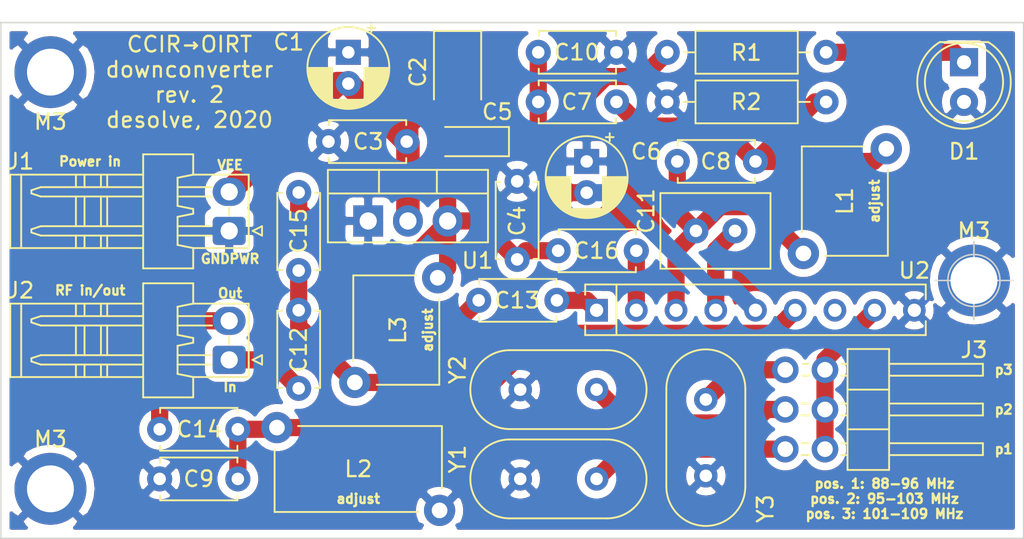
<source format=kicad_pcb>
(kicad_pcb (version 20171130) (host pcbnew 5.1.5)
  (title_block (title "CCIR/OIRT downconverter") (date 2020-02-08) (rev 2) (comment 2 desolve) (comment 3 desolve))
  (layers (0 F.Cu signal) (31 B.Cu signal) (34 B.Paste user) (35 F.Paste user) (36 B.SilkS user) (37 F.SilkS user) (38 B.Mask user) (39 F.Mask user) (44 Edge.Cuts user))
  (net 0 "")
  (net 1 VEE)
  (net 2 GNDPWR)
  (net 3 -5V)
  (net 4 "Net-(C7-Pad1)")
  (net 5 "Net-(C11-Pad1)")
  (net 6 "Net-(C14-Pad2)")
  (net 7 "Net-(C11-Pad2)")
  (net 8 "Net-(C12-Pad1)")
  (net 9 RF_IN)
  (net 10 "Net-(C13-Pad1)")
  (net 11 RF_OUT)
  (net 12 "Net-(C16-Pad1)")
  (net 13 "Net-(D1-Pad1)")
  (net 14 "Net-(J3-Pad1)")
  (net 15 "Net-(J3-Pad2)")
  (net 16 "Net-(U2-Pad7)")
  (net 17 "Net-(J3-Pad3)")
  (net 18 "Net-(J3-Pad5)")
  (module Connector_PinHeader_2.54mm:PinHeader_2x03_P2.54mm_Horizontal (layer F.Cu) (at 171.9 116.5)
    (fp_text reference J3 (at 12.065 -1.27) (layer F.SilkS))
    (fp_text value RANGE_SW)
    (pad 1 thru_hole oval (at 0 0) (size 1.7 1.7) (drill 1) (layers *.Cu *.Mask) (net 14 "Net-(J3-Pad1)"))
    (pad 2 thru_hole oval (at 2.54 0) (size 1.7 1.7) (drill 1) (layers *.Cu *.Mask) (net 15 "Net-(J3-Pad2)"))
    (pad 3 thru_hole oval (at 0 2.54) (size 1.7 1.7) (drill 1) (layers *.Cu *.Mask) (net 17 "Net-(J3-Pad3)"))
    (pad 4 thru_hole oval (at 2.54 2.54) (size 1.7 1.7) (drill 1) (layers *.Cu *.Mask) (net 15 "Net-(J3-Pad2)"))
    (pad 5 thru_hole oval (at 0 5.08) (size 1.7 1.7) (drill 1) (layers *.Cu *.Mask) (net 18 "Net-(J3-Pad5)"))
    (pad 6 thru_hole oval (at 2.54 5.08) (size 1.7 1.7) (drill 1) (layers *.Cu *.Mask) (net 15 "Net-(J3-Pad2)"))
  )
  (module Connector_Connfly:Connfly_DS1070-2MR_1x02_P2.54mm (layer F.Cu) (at 136.34 115.865 90)
    (fp_text reference J2 (at 4.445 -13.335 180) (layer F.SilkS))
    (fp_text value RF_CON)
    (pad 1 thru_hole roundrect (at 0 0 90) (size 1.8 2.1) (drill 1.1) (layers *.Cu *.Mask) (roundrect_rratio 0.147) (net 9 RF_IN))
    (pad 2 thru_hole oval (at 2.5 0 90) (size 1.8 2.1) (drill 1.1) (layers *.Cu *.Mask) (net 11 RF_OUT))
  )
  (module Connector_Connfly:Connfly_DS1070-2MR_1x02_P2.54mm (layer F.Cu) (at 136.34 107.61 90)
    (fp_text reference J1 (at 4.445 -13.335 180) (layer F.SilkS))
    (fp_text value PWR_CON)
    (pad 1 thru_hole roundrect (at 0 0 90) (size 1.8 2.1) (drill 1.1) (layers *.Cu *.Mask) (roundrect_rratio 0.147) (net 2 GNDPWR))
    (pad 2 thru_hole oval (at 2.5 0 90) (size 1.8 2.1) (drill 1.1) (layers *.Cu *.Mask) (net 1 VEE))
  )
  (module Connector_Pin:Pin_D1.0mm_L10.0mm (layer F.Cu) (at 183.965 110.785)
    (fp_text reference M3 (at 0 -3.175) (layer F.SilkS))
    (fp_text value M3)
    (pad 1 thru_hole circle (at 0 0) (size 4.6 4.6) (drill 3) (layers *.Cu *.Mask) (net 2 GNDPWR))
  )
  (module Connector_Pin:Pin_D1.0mm_L10.0mm (layer F.Cu) (at 124.91 97.45)
    (fp_text reference M3 (at 0 3.175) (layer F.SilkS))
    (fp_text value M3)
    (pad 1 thru_hole circle (at 0 0) (size 4.6 4.6) (drill 3) (layers *.Cu *.Mask) (net 2 GNDPWR))
  )
  (module Connector_Pin:Pin_D1.0mm_L10.0mm (layer F.Cu) (at 124.91 124.12)
    (fp_text reference M3 (at 0 -3.175 180) (layer F.SilkS))
    (fp_text value M3)
    (pad 1 thru_hole circle (at 0 0) (size 4.6 4.6) (drill 3) (layers *.Cu *.Mask) (net 2 GNDPWR))
  )
  (module Capacitor_THT:CP_Radial_D5.0mm_P2.00mm (layer F.Cu) (at 143.96 96.18 270)
    (fp_text reference C1 (at -0.635 3.81) (layer F.SilkS))
    (fp_text value 33u)
    (pad 2 thru_hole circle (at 2 0 270) (size 1.6 1.6) (drill 0.8) (layers *.Cu *.Mask) (net 1 VEE))
    (pad 1 thru_hole rect (at 0 0 270) (size 1.6 1.6) (drill 0.8) (layers *.Cu *.Mask) (net 2 GNDPWR))
  )
  (module Capacitor_Tantalum_SMD:CP_EIA-3528-21_Kemet-B_Pad1.50x2.35mm_HandSolder (layer F.Cu) (at 150.945 97.45 270)
    (fp_text reference C2 (at 0 2.54 90) (layer F.SilkS))
    (fp_text value 3.3u)
    (pad 1 smd roundrect (at -1.625 0 270) (size 1.5 2.35) (layers F.Cu F.Paste F.Mask) (roundrect_rratio 0.166667) (net 2 GNDPWR))
    (pad 2 smd roundrect (at 1.625 0 270) (size 1.5 2.35) (layers F.Cu F.Paste F.Mask) (roundrect_rratio 0.166667) (net 1 VEE))
  )
  (module Capacitor_THT:C_Disc_D4.7mm_W2.5mm_P5.00mm (layer F.Cu) (at 154.755 104.435 270)
    (fp_text reference C4 (at 2.54 0 270) (layer F.SilkS))
    (fp_text value 0.1u)
    (pad 2 thru_hole circle (at 5 0 270) (size 1.6 1.6) (drill 0.8) (layers *.Cu *.Mask) (net 3 -5V))
    (pad 1 thru_hole circle (at 0 0 270) (size 1.6 1.6) (drill 0.8) (layers *.Cu *.Mask) (net 2 GNDPWR))
  )
  (module Capacitor_Tantalum_SMD:CP_EIA-3216-18_Kemet-A_Pad1.58x1.35mm_HandSolder (layer F.Cu) (at 151.7475 101.895 180)
    (fp_text reference C5 (at -1.7375 1.905 180) (layer F.SilkS))
    (fp_text value 1u)
    (pad 1 smd roundrect (at -1.4375 0 180) (size 1.575 1.35) (layers F.Cu F.Paste F.Mask) (roundrect_rratio 0.185185) (net 2 GNDPWR))
    (pad 2 smd roundrect (at 1.4375 0 180) (size 1.575 1.35) (layers F.Cu F.Paste F.Mask) (roundrect_rratio 0.185185) (net 3 -5V))
  )
  (module Capacitor_THT:CP_Radial_D5.0mm_P2.00mm (layer F.Cu) (at 159.2 103.165 270)
    (fp_text reference C6 (at -0.635 -3.81) (layer F.SilkS))
    (fp_text value 10u)
    (pad 1 thru_hole rect (at 0 0 270) (size 1.6 1.6) (drill 0.8) (layers *.Cu *.Mask) (net 2 GNDPWR))
    (pad 2 thru_hole circle (at 2 0 270) (size 1.6 1.6) (drill 0.8) (layers *.Cu *.Mask) (net 3 -5V))
  )
  (module Capacitor_THT:C_Disc_D4.7mm_W2.5mm_P5.00mm (layer F.Cu) (at 161.105 99.355 180)
    (fp_text reference C7 (at 2.54 0 180) (layer F.SilkS))
    (fp_text value 10n)
    (pad 2 thru_hole circle (at 5 0 180) (size 1.6 1.6) (drill 0.8) (layers *.Cu *.Mask) (net 3 -5V))
    (pad 1 thru_hole circle (at 0 0 180) (size 1.6 1.6) (drill 0.8) (layers *.Cu *.Mask) (net 4 "Net-(C7-Pad1)"))
  )
  (module Capacitor_THT:C_Disc_D4.7mm_W2.5mm_P5.00mm (layer F.Cu) (at 169.995 103.165 180)
    (fp_text reference C8 (at 2.54 0) (layer F.SilkS))
    (fp_text value 47p)
    (pad 1 thru_hole circle (at 0 0 180) (size 1.6 1.6) (drill 0.8) (layers *.Cu *.Mask) (net 4 "Net-(C7-Pad1)"))
    (pad 2 thru_hole circle (at 5 0 180) (size 1.6 1.6) (drill 0.8) (layers *.Cu *.Mask) (net 5 "Net-(C11-Pad1)"))
  )
  (module Capacitor_THT:C_Disc_D4.7mm_W2.5mm_P5.00mm (layer F.Cu) (at 131.895 123.485)
    (fp_text reference C9 (at 2.5 0) (layer F.SilkS))
    (fp_text value 47p)
    (pad 2 thru_hole circle (at 5 0) (size 1.6 1.6) (drill 0.8) (layers *.Cu *.Mask) (net 6 "Net-(C14-Pad2)"))
    (pad 1 thru_hole circle (at 0 0) (size 1.6 1.6) (drill 0.8) (layers *.Cu *.Mask) (net 2 GNDPWR))
  )
  (module Capacitor_THT:C_Disc_D4.7mm_W2.5mm_P5.00mm (layer F.Cu) (at 161.105 96.18 180)
    (fp_text reference C10 (at 2.54 0) (layer F.SilkS))
    (fp_text value 10n)
    (pad 1 thru_hole circle (at 0 0 180) (size 1.6 1.6) (drill 0.8) (layers *.Cu *.Mask) (net 2 GNDPWR))
    (pad 2 thru_hole circle (at 5 0 180) (size 1.6 1.6) (drill 0.8) (layers *.Cu *.Mask) (net 3 -5V))
  )
  (module Capacitor_K10-17:C_Rect_L6.8mm_W4.6mm_P2.50mm (layer F.Cu) (at 166.185 107.61)
    (fp_text reference C11 (at -3.175 -1.27 270) (layer F.SilkS))
    (fp_text value 6.8p)
    (pad 1 thru_hole circle (at 0 0) (size 1.6 1.6) (drill 0.8) (layers *.Cu *.Mask) (net 5 "Net-(C11-Pad1)"))
    (pad 2 thru_hole circle (at 2.5 0) (size 1.6 1.6) (drill 0.8) (layers *.Cu *.Mask) (net 7 "Net-(C11-Pad2)"))
  )
  (module Capacitor_THT:C_Disc_D4.7mm_W2.5mm_P5.00mm (layer F.Cu) (at 140.785 112.69 270)
    (fp_text reference C12 (at 2.54 0 270) (layer F.SilkS))
    (fp_text value 15p)
    (pad 1 thru_hole circle (at 0 0 270) (size 1.6 1.6) (drill 0.8) (layers *.Cu *.Mask) (net 8 "Net-(C12-Pad1)"))
    (pad 2 thru_hole circle (at 5 0 270) (size 1.6 1.6) (drill 0.8) (layers *.Cu *.Mask) (net 9 RF_IN))
  )
  (module Capacitor_THT:C_Disc_D4.7mm_W2.5mm_P5.00mm (layer F.Cu) (at 157.295 112.055 180)
    (fp_text reference C13 (at 2.54 0 180) (layer F.SilkS))
    (fp_text value 1n)
    (pad 1 thru_hole circle (at 0 0 180) (size 1.6 1.6) (drill 0.8) (layers *.Cu *.Mask) (net 10 "Net-(C13-Pad1)"))
    (pad 2 thru_hole circle (at 5 0 180) (size 1.6 1.6) (drill 0.8) (layers *.Cu *.Mask) (net 8 "Net-(C12-Pad1)"))
  )
  (module Capacitor_THT:C_Disc_D4.7mm_W2.5mm_P5.00mm (layer F.Cu) (at 131.895 120.31)
    (fp_text reference C14 (at 2.54 0 180) (layer F.SilkS))
    (fp_text value 1n)
    (pad 1 thru_hole circle (at 0 0) (size 1.6 1.6) (drill 0.8) (layers *.Cu *.Mask) (net 11 RF_OUT))
    (pad 2 thru_hole circle (at 5 0) (size 1.6 1.6) (drill 0.8) (layers *.Cu *.Mask) (net 6 "Net-(C14-Pad2)"))
  )
  (module Capacitor_THT:C_Disc_D4.7mm_W2.5mm_P5.00mm (layer F.Cu) (at 140.785 110.15 90)
    (fp_text reference C15 (at 2.54 0 270) (layer F.SilkS))
    (fp_text value 47p)
    (pad 2 thru_hole circle (at 5 0 90) (size 1.6 1.6) (drill 0.8) (layers *.Cu *.Mask) (net 3 -5V))
    (pad 1 thru_hole circle (at 0 0 90) (size 1.6 1.6) (drill 0.8) (layers *.Cu *.Mask) (net 8 "Net-(C12-Pad1)"))
  )
  (module Capacitor_THT:C_Disc_D4.7mm_W2.5mm_P5.00mm (layer F.Cu) (at 162.375 108.88 180)
    (fp_text reference C16 (at 2.54 0 180) (layer F.SilkS))
    (fp_text value 1n)
    (pad 2 thru_hole circle (at 5 0 180) (size 1.6 1.6) (drill 0.8) (layers *.Cu *.Mask) (net 3 -5V))
    (pad 1 thru_hole circle (at 0 0 180) (size 1.6 1.6) (drill 0.8) (layers *.Cu *.Mask) (net 12 "Net-(C16-Pad1)"))
  )
  (module Coil_THT_Air:L_Axial_4Turns_d0.8mm_D4.5mm_WP1.0mm (layer F.Cu) (at 175.71 105.705 270)
    (fp_text reference L1 (at 0 0 90) (layer F.SilkS))
    (fp_text value L_MIX_IN)
    (pad 1 thru_hole circle (at -3.35 -2.65 270) (size 2 2) (drill 1) (layers *.Cu *.Mask) (net 4 "Net-(C7-Pad1)"))
    (pad 2 thru_hole circle (at 3.35 2.65 270) (size 2 2) (drill 1) (layers *.Cu *.Mask) (net 5 "Net-(C11-Pad1)"))
  )
  (module Coil_THT_Air:L_Axial_6Turns_d0.8mm_D4.5mm_WP1.0mm (layer F.Cu) (at 144.595 122.85 180)
    (fp_text reference L2 (at 0 0) (layer F.SilkS))
    (fp_text value L_MIX_OUT)
    (pad 1 thru_hole circle (at -5.2 -2.65 180) (size 2 2) (drill 1) (layers *.Cu *.Mask) (net 2 GNDPWR))
    (pad 2 thru_hole circle (at 5.2 2.65 180) (size 2 2) (drill 1) (layers *.Cu *.Mask) (net 6 "Net-(C14-Pad2)"))
  )
  (module Coil_THT_Air:L_Axial_4Turns_d0.8mm_D4.5mm_WP1.0mm (layer F.Cu) (at 147.025 113.96 90)
    (fp_text reference L3 (at 0 0.11 90) (layer F.SilkS))
    (fp_text value L_RF_IN)
    (pad 2 thru_hole circle (at 3.35 2.65 90) (size 2 2) (drill 1) (layers *.Cu *.Mask) (net 3 -5V))
    (pad 1 thru_hole circle (at -3.35 -2.65 90) (size 2 2) (drill 1) (layers *.Cu *.Mask) (net 8 "Net-(C12-Pad1)"))
  )
  (module Package_TO_SOT_THT:TO-220-3_Vertical (layer F.Cu) (at 145.23 106.975)
    (fp_text reference U1 (at 6.985 2.54 180) (layer F.SilkS))
    (fp_text value LM7905_TO220)
    (pad 1 thru_hole rect (at 0 0) (size 1.905 2) (drill 1.1) (layers *.Cu *.Mask) (net 2 GNDPWR))
    (pad 2 thru_hole oval (at 2.54 0) (size 1.905 2) (drill 1.1) (layers *.Cu *.Mask) (net 1 VEE))
    (pad 3 thru_hole oval (at 5.08 0) (size 1.905 2) (drill 1.1) (layers *.Cu *.Mask) (net 3 -5V))
  )
  (module Package_SIP:SIP-9_21.54x3mm_P2.54mm (layer F.Cu) (at 159.835 112.69)
    (fp_text reference U2 (at 20.32 -2.54 180) (layer F.SilkS))
    (fp_text value LA1185)
    (pad 1 thru_hole rect (at 0 0 90) (size 1.45 1.45) (drill 0.85) (layers *.Cu *.Mask) (net 10 "Net-(C13-Pad1)"))
    (pad 2 thru_hole circle (at 2.54 0 90) (size 1.45 1.45) (drill 0.85) (layers *.Cu *.Mask) (net 12 "Net-(C16-Pad1)"))
    (pad 3 thru_hole circle (at 5.08 0 90) (size 1.45 1.45) (drill 0.85) (layers *.Cu *.Mask) (net 5 "Net-(C11-Pad1)"))
    (pad 4 thru_hole circle (at 7.62 0 90) (size 1.45 1.45) (drill 0.85) (layers *.Cu *.Mask) (net 7 "Net-(C11-Pad2)"))
    (pad 5 thru_hole circle (at 10.16 0 90) (size 1.45 1.45) (drill 0.85) (layers *.Cu *.Mask) (net 3 -5V))
    (pad 6 thru_hole circle (at 12.7 0 90) (size 1.45 1.45) (drill 0.85) (layers *.Cu *.Mask) (net 6 "Net-(C14-Pad2)"))
    (pad 7 thru_hole circle (at 15.24 0 90) (size 1.45 1.45) (drill 0.85) (layers *.Cu *.Mask) (net 16 "Net-(U2-Pad7)"))
    (pad 8 thru_hole circle (at 17.78 0 90) (size 1.45 1.45) (drill 0.85) (layers *.Cu *.Mask) (net 15 "Net-(J3-Pad2)"))
    (pad 9 thru_hole circle (at 20.32 0 90) (size 1.45 1.45) (drill 0.85) (layers *.Cu *.Mask) (net 2 GNDPWR))
  )
  (module Crystal:Crystal_HC49-U_Vertical (layer F.Cu) (at 159.835 123.485 180)
    (fp_text reference Y1 (at 8.89 1.27 90) (layer F.SilkS))
    (fp_text value "22 MHz")
    (pad 1 thru_hole circle (at 0 0 180) (size 1.5 1.5) (drill 0.8) (layers *.Cu *.Mask) (net 18 "Net-(J3-Pad5)"))
    (pad 2 thru_hole circle (at 4.88 0 180) (size 1.5 1.5) (drill 0.8) (layers *.Cu *.Mask) (net 2 GNDPWR))
  )
  (module Crystal:Crystal_HC49-U_Vertical (layer F.Cu) (at 159.835 117.77 180)
    (fp_text reference Y2 (at 8.89 1.27 90) (layer F.SilkS))
    (fp_text value "29 MHz")
    (pad 1 thru_hole circle (at 0 0 180) (size 1.5 1.5) (drill 0.8) (layers *.Cu *.Mask) (net 17 "Net-(J3-Pad3)"))
    (pad 2 thru_hole circle (at 4.88 0 180) (size 1.5 1.5) (drill 0.8) (layers *.Cu *.Mask) (net 2 GNDPWR))
  )
  (module Crystal:Crystal_HC49-U_Vertical (layer F.Cu) (at 166.82 118.405 270)
    (fp_text reference Y3 (at 6.985 -3.81 90) (layer F.SilkS))
    (fp_text value "35 MHz")
    (pad 2 thru_hole circle (at 4.88 0 270) (size 1.5 1.5) (drill 0.8) (layers *.Cu *.Mask) (net 2 GNDPWR))
    (pad 1 thru_hole circle (at 0 0 270) (size 1.5 1.5) (drill 0.8) (layers *.Cu *.Mask) (net 14 "Net-(J3-Pad1)"))
  )
  (module Capacitor_THT:C_Disc_D4.7mm_W2.5mm_P5.00mm (layer F.Cu) (at 142.69 101.895)
    (fp_text reference C3 (at 2.54 0) (layer F.SilkS))
    (fp_text value 0.33u)
    (pad 1 thru_hole circle (at 0 0) (size 1.6 1.6) (drill 0.8) (layers *.Cu *.Mask) (net 2 GNDPWR))
    (pad 2 thru_hole circle (at 5 0) (size 1.6 1.6) (drill 0.8) (layers *.Cu *.Mask) (net 1 VEE))
  )
  (module LED_THT:LED_D5.0mm (layer F.Cu) (at 183.33 96.815 270)
    (fp_text reference D1 (at 5.715 0 180) (layer F.SilkS))
    (fp_text value PWR_LED)
    (pad 1 thru_hole rect (at 0 0 270) (size 1.8 1.8) (drill 0.9) (layers *.Cu *.Mask) (net 13 "Net-(D1-Pad1)"))
    (pad 2 thru_hole circle (at 2.54 0 270) (size 1.8 1.8) (drill 0.9) (layers *.Cu *.Mask) (net 2 GNDPWR))
  )
  (module Resistor_THT:R_Axial_DIN0207_L6.3mm_D2.5mm_P10.16mm_Horizontal (layer F.Cu) (at 174.51 96.18 180)
    (fp_text reference R1 (at 5.1 -0.02) (layer F.SilkS))
    (fp_text value 1k)
    (pad 1 thru_hole circle (at 0 0 180) (size 1.6 1.6) (drill 0.8) (layers *.Cu *.Mask) (net 13 "Net-(D1-Pad1)"))
    (pad 2 thru_hole oval (at 10.16 0 180) (size 1.6 1.6) (drill 0.8) (layers *.Cu *.Mask) (net 3 -5V))
  )
  (module Resistor_THT:R_Axial_DIN0207_L6.3mm_D2.5mm_P10.16mm_Horizontal (layer F.Cu) (at 164.35 99.355)
    (fp_text reference R2 (at 5.05 -0.005) (layer F.SilkS))
    (fp_text value 27)
    (pad 2 thru_hole oval (at 10.16 0) (size 1.6 1.6) (drill 0.8) (layers *.Cu *.Mask) (net 4 "Net-(C7-Pad1)"))
    (pad 1 thru_hole circle (at 0 0) (size 1.6 1.6) (drill 0.8) (layers *.Cu *.Mask) (net 2 GNDPWR))
  )
  (gr_text GNDPWR (at 136.4 109.4) (layer F.SilkS) (effects (font (size 0.6 0.6))))
  (gr_text VEE (at 136.4 103.4) (layer F.SilkS) (effects (font (size 0.6 0.6))))
  (gr_text Out (at 136.4 111.6) (layer F.SilkS) (effects (font (size 0.6 0.6))))
  (gr_text In (at 136.4 117.6) (layer F.SilkS) (effects (font (size 0.6 0.6))))
  (target plus (at 183.965 110.785) (size 5) (width 0.1) (layer Edge.Cuts))
  (gr_text "RF in/out" (at 127.45 111.42) (layer F.SilkS) (effects (font (size 0.6 0.6))))
  (gr_text "Power in" (at 127.45 103.165) (layer F.SilkS) (effects (font (size 0.6 0.6))))
  (gr_text adjust (at 177.615 105.705 90) (layer F.SilkS) (effects (font (size 0.6 0.6))))
  (gr_text adjust (at 149.04 113.96 90) (layer F.SilkS) (effects (font (size 0.6 0.6))))
  (gr_text adjust (at 144.595 124.755) (layer F.SilkS) (effects (font (size 0.6 0.6))))
  (gr_text p3 (at 185.87 116.5) (layer F.SilkS) (effects (font (size 0.6 0.6))))
  (gr_text p2 (at 185.87 119.04) (layer F.SilkS) (effects (font (size 0.6 0.6))))
  (gr_text p1 (at 185.87 121.58) (layer F.SilkS) (effects (font (size 0.6 0.6))))
  (gr_text "pos. 1: 88-96 MHz\npos. 2: 95-103 MHz\npos. 3: 101-109 MHz" (at 178.25 124.755) (layer F.SilkS) (effects (font (size 0.6 0.6))))
  (gr_text "CCIR→OIRT\ndownconverter\nrev. 2\ndesolve, 2020" (at 133.8 98.085) (layer F.SilkS) (effects (font (size 1 1))))
  (gr_line (start 121.735 127.295) (end 121.735 94.275) (layer Edge.Cuts) (width 0.1))
  (gr_line (start 187.14 127.295) (end 121.735 127.295) (layer Edge.Cuts) (width 0.1))
  (gr_line (start 187.14 94.275) (end 187.14 127.295) (layer Edge.Cuts) (width 0.1))
  (gr_line (start 121.735 94.275) (end 187.14 94.275) (layer Edge.Cuts) (width 0.1))
  (segment (start 143.975 98.18) (end 147.69 101.895) (width 1.5) (layer F.Cu) (net 1))
  (segment (start 143.96 98.18) (end 143.975 98.18) (width 1.5) (layer F.Cu) (net 1))
  (segment (start 149.77 99.075) (end 150.945 99.075) (width 1.5) (layer F.Cu) (net 1))
  (segment (start 149.37863 99.075) (end 149.77 99.075) (width 1.5) (layer F.Cu) (net 1))
  (segment (start 147.69 100.76363) (end 149.37863 99.075) (width 1.5) (layer F.Cu) (net 1))
  (segment (start 147.69 101.895) (end 147.69 100.76363) (width 1.5) (layer F.Cu) (net 1))
  (segment (start 147.77 101.975) (end 147.69 101.895) (width 1.5) (layer F.Cu) (net 1))
  (segment (start 147.77 106.975) (end 147.77 101.975) (width 1.5) (layer F.Cu) (net 1))
  (segment (start 143.27 98.18) (end 136.34 105.11) (width 1.5) (layer F.Cu) (net 1))
  (segment (start 143.96 98.18) (end 143.27 98.18) (width 1.5) (layer F.Cu) (net 1))
  (segment (start 150.31 106.975) (end 150.31 101.895) (width 1.1) (layer F.Cu) (net 3))
  (segment (start 150.31 109.975) (end 149.675 110.61) (width 1.1) (layer F.Cu) (net 3))
  (segment (start 150.31 106.975) (end 150.31 109.975) (width 1.1) (layer F.Cu) (net 3))
  (segment (start 152.295 106.975) (end 154.755 109.435) (width 1.1) (layer F.Cu) (net 3))
  (segment (start 150.31 106.975) (end 152.295 106.975) (width 1.1) (layer F.Cu) (net 3))
  (segment (start 158.06863 105.165) (end 156.25863 106.975) (width 1.1) (layer F.Cu) (net 3))
  (segment (start 156.25863 106.975) (end 152.295 106.975) (width 1.1) (layer F.Cu) (net 3))
  (segment (start 155.31 108.88) (end 154.755 109.435) (width 1.1) (layer F.Cu) (net 3))
  (segment (start 157.375 108.88) (end 155.31 108.88) (width 1.1) (layer F.Cu) (net 3))
  (segment (start 160.33137 105.165) (end 159.2 105.165) (width 1.1) (layer B.Cu) (net 3))
  (segment (start 160.954002 105.165) (end 160.33137 105.165) (width 1.1) (layer B.Cu) (net 3))
  (segment (start 167.004001 111.214999) (end 160.954002 105.165) (width 1.1) (layer B.Cu) (net 3))
  (segment (start 168.519999 111.214999) (end 167.004001 111.214999) (width 1.1) (layer B.Cu) (net 3))
  (segment (start 169.995 112.69) (end 168.519999 111.214999) (width 1.1) (layer B.Cu) (net 3))
  (segment (start 156.105 96.18) (end 156.105 99.355) (width 1.1) (layer F.Cu) (net 3))
  (segment (start 158.06863 105.165) (end 159.2 105.165) (width 1.1) (layer F.Cu) (net 3))
  (segment (start 156.105 103.20137) (end 158.06863 105.165) (width 1.1) (layer F.Cu) (net 3))
  (segment (start 156.105 99.355) (end 156.105 103.20137) (width 1.1) (layer F.Cu) (net 3))
  (segment (start 148.2575 109.075) (end 150.31 107.0225) (width 1.1) (layer F.Cu) (net 3))
  (segment (start 143.57863 109.075) (end 148.2575 109.075) (width 1.1) (layer F.Cu) (net 3))
  (segment (start 140.785 106.28137) (end 143.57863 109.075) (width 1.1) (layer F.Cu) (net 3))
  (segment (start 150.31 107.0225) (end 150.31 106.975) (width 1.1) (layer F.Cu) (net 3))
  (segment (start 140.785 105.15) (end 140.785 106.28137) (width 1.1) (layer F.Cu) (net 3))
  (segment (start 156.105 102.060998) (end 156.105 103.20137) (width 1.1) (layer F.Cu) (net 3))
  (segment (start 160.435997 97.730001) (end 156.105 102.060998) (width 1.1) (layer F.Cu) (net 3))
  (segment (start 162.799999 97.730001) (end 160.435997 97.730001) (width 1.1) (layer F.Cu) (net 3))
  (segment (start 164.35 96.18) (end 162.799999 97.730001) (width 1.1) (layer F.Cu) (net 3))
  (segment (start 167.735001 100.905001) (end 169.195001 102.365001) (width 1.1) (layer F.Cu) (net 4))
  (segment (start 169.195001 102.365001) (end 169.995 103.165) (width 1.1) (layer F.Cu) (net 4))
  (segment (start 162.655001 100.905001) (end 167.735001 100.905001) (width 1.1) (layer F.Cu) (net 4))
  (segment (start 161.105 99.355) (end 162.655001 100.905001) (width 1.1) (layer F.Cu) (net 4))
  (segment (start 173.805 99.355) (end 169.995 103.165) (width 1.1) (layer F.Cu) (net 4))
  (segment (start 174.51 99.355) (end 173.805 99.355) (width 1.1) (layer F.Cu) (net 4))
  (segment (start 177.55 103.165) (end 178.36 102.355) (width 1.1) (layer F.Cu) (net 4))
  (segment (start 169.995 103.165) (end 177.55 103.165) (width 1.1) (layer F.Cu) (net 4))
  (segment (start 164.915 108.88) (end 166.185 107.61) (width 1.1) (layer F.Cu) (net 5))
  (segment (start 164.915 112.69) (end 164.915 108.88) (width 1.1) (layer F.Cu) (net 5))
  (segment (start 164.995 106.42) (end 166.185 107.61) (width 1.1) (layer F.Cu) (net 5))
  (segment (start 164.995 103.165) (end 164.995 106.42) (width 1.1) (layer F.Cu) (net 5))
  (segment (start 172.060001 108.055001) (end 173.06 109.055) (width 1.1) (layer F.Cu) (net 5))
  (segment (start 170.064999 106.059999) (end 172.060001 108.055001) (width 1.1) (layer F.Cu) (net 5))
  (segment (start 167.735001 106.059999) (end 170.064999 106.059999) (width 1.1) (layer F.Cu) (net 5))
  (segment (start 166.185 107.61) (end 167.735001 106.059999) (width 1.1) (layer F.Cu) (net 5))
  (segment (start 136.895 123.485) (end 136.895 120.31) (width 1.1) (layer F.Cu) (net 6))
  (segment (start 139.285 120.31) (end 139.395 120.2) (width 1.1) (layer F.Cu) (net 6))
  (segment (start 136.895 120.31) (end 139.285 120.31) (width 1.1) (layer F.Cu) (net 6))
  (segment (start 171.059999 114.165001) (end 171.810001 113.414999) (width 1.1) (layer F.Cu) (net 6))
  (segment (start 156.339997 114.165001) (end 171.059999 114.165001) (width 1.1) (layer F.Cu) (net 6))
  (segment (start 150.304998 120.2) (end 156.339997 114.165001) (width 1.1) (layer F.Cu) (net 6))
  (segment (start 171.810001 113.414999) (end 172.535 112.69) (width 1.1) (layer F.Cu) (net 6))
  (segment (start 139.395 120.2) (end 150.304998 120.2) (width 1.1) (layer F.Cu) (net 6))
  (segment (start 167.455 108.84) (end 168.685 107.61) (width 1.1) (layer F.Cu) (net 7))
  (segment (start 167.455 112.69) (end 167.455 108.84) (width 1.1) (layer F.Cu) (net 7))
  (segment (start 140.785 110.15) (end 140.785 112.69) (width 1.1) (layer F.Cu) (net 8))
  (segment (start 140.785 113.72) (end 144.375 117.31) (width 1.1) (layer F.Cu) (net 8))
  (segment (start 140.785 112.69) (end 140.785 113.72) (width 1.1) (layer F.Cu) (net 8))
  (segment (start 147.04 117.31) (end 152.295 112.055) (width 1.1) (layer F.Cu) (net 8))
  (segment (start 144.375 117.31) (end 147.04 117.31) (width 1.1) (layer F.Cu) (net 8))
  (segment (start 138.96 115.865) (end 140.785 117.69) (width 1.1) (layer F.Cu) (net 9))
  (segment (start 136.34 115.865) (end 138.96 115.865) (width 1.1) (layer F.Cu) (net 9))
  (segment (start 159.2 112.055) (end 159.835 112.69) (width 1.1) (layer F.Cu) (net 10))
  (segment (start 157.295 112.055) (end 159.2 112.055) (width 1.1) (layer F.Cu) (net 10))
  (segment (start 134.19 113.365) (end 131.895 115.66) (width 1.1) (layer F.Cu) (net 11))
  (segment (start 131.895 119.17863) (end 131.895 120.31) (width 1.1) (layer F.Cu) (net 11))
  (segment (start 131.895 115.66) (end 131.895 119.17863) (width 1.1) (layer F.Cu) (net 11))
  (segment (start 136.34 113.365) (end 134.19 113.365) (width 1.1) (layer F.Cu) (net 11))
  (segment (start 162.375 112.69) (end 162.375 108.88) (width 1.1) (layer F.Cu) (net 12))
  (segment (start 182.695 96.18) (end 183.33 96.815) (width 1.1) (layer F.Cu) (net 13))
  (segment (start 174.51 96.18) (end 182.695 96.18) (width 1.1) (layer F.Cu) (net 13))
  (segment (start 168.725 116.5) (end 166.82 118.405) (width 1.1) (layer F.Cu) (net 14))
  (segment (start 171.9 116.5) (end 168.725 116.5) (width 1.1) (layer F.Cu) (net 14))
  (segment (start 174.44 121.58) (end 174.44 119.04) (width 1.1) (layer F.Cu) (net 15))
  (segment (start 174.44 119.04) (end 174.44 116.5) (width 1.1) (layer F.Cu) (net 15))
  (segment (start 174.44 115.865) (end 177.615 112.69) (width 1.1) (layer F.Cu) (net 15))
  (segment (start 174.44 116.5) (end 174.44 115.865) (width 1.1) (layer F.Cu) (net 15))
  (segment (start 160.584999 118.519999) (end 159.835 117.77) (width 1.1) (layer F.Cu) (net 17))
  (segment (start 169.832918 119.905001) (end 161.970001 119.905001) (width 1.1) (layer F.Cu) (net 17))
  (segment (start 161.970001 119.905001) (end 160.584999 118.519999) (width 1.1) (layer F.Cu) (net 17))
  (segment (start 170.697919 119.04) (end 169.832918 119.905001) (width 1.1) (layer F.Cu) (net 17))
  (segment (start 171.9 119.04) (end 170.697919 119.04) (width 1.1) (layer F.Cu) (net 17))
  (segment (start 161.74 121.58) (end 159.835 123.485) (width 1.1) (layer F.Cu) (net 18))
  (segment (start 171.9 121.58) (end 161.74 121.58) (width 1.1) (layer F.Cu) (net 18))
  (zone (net 2) (net_name GNDPWR) (layer F.Cu) (connect_pads (clearance 0.508)) (min_thickness 0.254) (fill yes (arc_segments 32) (thermal_gap 0.508) (thermal_bridge_width 0.508))
    (polygon (pts (xy 187.14 127.295) (xy 121.735 127.295) (xy 121.735 94.275) (xy 187.14 94.275)))
  )
  (zone (net 2) (net_name GNDPWR) (layer B.Cu) (connect_pads (clearance 0.508)) (min_thickness 0.254) (fill yes (arc_segments 32) (thermal_gap 0.508) (thermal_bridge_width 0.508))
    (polygon (pts (xy 187.14 127.295) (xy 121.735 127.295) (xy 121.735 94.275) (xy 187.14 94.275)))
  )
)
</source>
